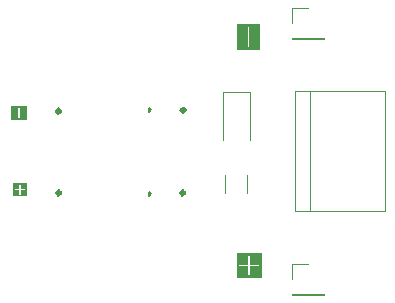
<source format=gbr>
%TF.GenerationSoftware,KiCad,Pcbnew,8.0.1*%
%TF.CreationDate,2024-04-06T18:31:26-05:00*%
%TF.ProjectId,Banana to Screw Terminal,42616e61-6e61-4207-946f-205363726577,2*%
%TF.SameCoordinates,Original*%
%TF.FileFunction,Legend,Top*%
%TF.FilePolarity,Positive*%
%FSLAX46Y46*%
G04 Gerber Fmt 4.6, Leading zero omitted, Abs format (unit mm)*
G04 Created by KiCad (PCBNEW 8.0.1) date 2024-04-06 18:31:26*
%MOMM*%
%LPD*%
G01*
G04 APERTURE LIST*
%ADD10C,0.150000*%
%ADD11C,0.322487*%
%ADD12C,0.120000*%
G04 APERTURE END LIST*
G36*
X128600000Y-95675000D02*
G01*
X129050000Y-95675000D01*
X129050000Y-96825000D01*
X128600000Y-96825000D01*
X128600000Y-95675000D01*
G37*
G36*
X146900000Y-90700000D02*
G01*
X148800000Y-90700000D01*
X148800000Y-90900000D01*
X146900000Y-90900000D01*
X146900000Y-90700000D01*
G37*
G36*
X127750000Y-95650000D02*
G01*
X129050000Y-95650000D01*
X129050000Y-95750000D01*
X127750000Y-95750000D01*
X127750000Y-95650000D01*
G37*
G36*
X127750000Y-95675000D02*
G01*
X128250000Y-95675000D01*
X128250000Y-96825000D01*
X127750000Y-96825000D01*
X127750000Y-95675000D01*
G37*
D10*
X139575000Y-103075000D02*
X139400000Y-103250000D01*
D11*
X131911243Y-96100000D02*
G75*
G02*
X131588757Y-96100000I-161243J0D01*
G01*
X131588757Y-96100000D02*
G75*
G02*
X131911243Y-96100000I161243J0D01*
G01*
G36*
X127750000Y-96750000D02*
G01*
X129050000Y-96750000D01*
X129050000Y-96850000D01*
X127750000Y-96850000D01*
X127750000Y-96750000D01*
G37*
X131911243Y-103025000D02*
G75*
G02*
X131588757Y-103025000I-161243J0D01*
G01*
X131588757Y-103025000D02*
G75*
G02*
X131911243Y-103025000I161243J0D01*
G01*
X142461243Y-96025000D02*
G75*
G02*
X142138757Y-96025000I-161243J0D01*
G01*
X142138757Y-96025000D02*
G75*
G02*
X142461243Y-96025000I161243J0D01*
G01*
D10*
X139375000Y-95850000D02*
X139375000Y-96200000D01*
G36*
X146900000Y-88750000D02*
G01*
X148800000Y-88750000D01*
X148800000Y-88950000D01*
X146900000Y-88950000D01*
X146900000Y-88750000D01*
G37*
X139575000Y-103075000D02*
X139400000Y-102900000D01*
D11*
X142411243Y-103025000D02*
G75*
G02*
X142088757Y-103025000I-161243J0D01*
G01*
X142088757Y-103025000D02*
G75*
G02*
X142411243Y-103025000I161243J0D01*
G01*
G36*
X148100000Y-88750000D02*
G01*
X148800000Y-88750000D01*
X148800000Y-90900000D01*
X148100000Y-90900000D01*
X148100000Y-88750000D01*
G37*
D10*
X139400000Y-103250000D02*
X139400000Y-103225000D01*
X139550000Y-96025000D02*
X139375000Y-95850000D01*
G36*
X146850000Y-88750000D02*
G01*
X147550000Y-88750000D01*
X147550000Y-90900000D01*
X146850000Y-90900000D01*
X146850000Y-88750000D01*
G37*
X139400000Y-102900000D02*
X139400000Y-103250000D01*
X139550000Y-96025000D02*
X139375000Y-96200000D01*
X139375000Y-96200000D02*
X139375000Y-96175000D01*
G36*
X129055123Y-103296264D02*
G01*
X127923878Y-103296264D01*
X127923878Y-102745273D01*
X128034989Y-102745273D01*
X128046188Y-102772309D01*
X128066880Y-102793001D01*
X128093916Y-102804200D01*
X128108548Y-102805641D01*
X128415345Y-102805071D01*
X128415941Y-103126226D01*
X128427140Y-103153262D01*
X128447832Y-103173954D01*
X128474868Y-103185153D01*
X128504132Y-103185153D01*
X128531168Y-103173954D01*
X128551860Y-103153262D01*
X128563059Y-103126226D01*
X128564500Y-103111594D01*
X128563930Y-102804795D01*
X128885085Y-102804200D01*
X128912121Y-102793001D01*
X128932813Y-102772309D01*
X128944012Y-102745273D01*
X128944012Y-102716009D01*
X128932813Y-102688973D01*
X128912121Y-102668281D01*
X128885085Y-102657082D01*
X128870453Y-102655641D01*
X128563654Y-102656210D01*
X128563059Y-102335057D01*
X128551860Y-102308021D01*
X128531168Y-102287329D01*
X128504132Y-102276130D01*
X128474868Y-102276130D01*
X128447832Y-102287329D01*
X128427140Y-102308021D01*
X128415941Y-102335057D01*
X128414500Y-102349689D01*
X128415069Y-102656486D01*
X128093916Y-102657082D01*
X128066880Y-102668281D01*
X128046188Y-102688973D01*
X128034989Y-102716009D01*
X128034989Y-102745273D01*
X127923878Y-102745273D01*
X127923878Y-102165019D01*
X129055123Y-102165019D01*
X129055123Y-103296264D01*
G37*
G36*
X148132755Y-90870906D02*
G01*
X147538311Y-90870906D01*
X147538311Y-89051316D01*
X147760533Y-89051316D01*
X147761974Y-90589757D01*
X147773173Y-90616793D01*
X147793865Y-90637485D01*
X147820901Y-90648684D01*
X147850165Y-90648684D01*
X147877201Y-90637485D01*
X147897893Y-90616793D01*
X147909092Y-90589757D01*
X147910533Y-90575125D01*
X147909092Y-89036684D01*
X147897893Y-89009648D01*
X147877201Y-88988956D01*
X147850165Y-88977757D01*
X147820901Y-88977757D01*
X147793865Y-88988956D01*
X147773173Y-89009648D01*
X147761974Y-89036684D01*
X147760533Y-89051316D01*
X147538311Y-89051316D01*
X147538311Y-88755535D01*
X148132755Y-88755535D01*
X148132755Y-90870906D01*
G37*
G36*
X148944465Y-110222119D02*
G01*
X146829093Y-110222119D01*
X146829093Y-109179065D01*
X147051315Y-109179065D01*
X147062514Y-109206101D01*
X147083206Y-109226793D01*
X147110242Y-109237992D01*
X147124874Y-109239433D01*
X147812562Y-109238788D01*
X147813220Y-109940970D01*
X147824419Y-109968006D01*
X147845111Y-109988698D01*
X147872147Y-109999897D01*
X147901411Y-109999897D01*
X147928447Y-109988698D01*
X147949139Y-109968006D01*
X147960338Y-109940970D01*
X147961779Y-109926338D01*
X147961134Y-109238649D01*
X148663316Y-109237992D01*
X148690352Y-109226793D01*
X148711044Y-109206101D01*
X148722243Y-109179065D01*
X148722243Y-109149801D01*
X148711044Y-109122765D01*
X148690352Y-109102073D01*
X148663316Y-109090874D01*
X148648684Y-109089433D01*
X147960995Y-109090077D01*
X147960338Y-108387896D01*
X147949139Y-108360860D01*
X147928447Y-108340168D01*
X147901411Y-108328969D01*
X147872147Y-108328969D01*
X147845111Y-108340168D01*
X147824419Y-108360860D01*
X147813220Y-108387896D01*
X147811779Y-108402528D01*
X147812423Y-109090216D01*
X147110242Y-109090874D01*
X147083206Y-109102073D01*
X147062514Y-109122765D01*
X147051315Y-109149801D01*
X147051315Y-109179065D01*
X146829093Y-109179065D01*
X146829093Y-108106747D01*
X148944465Y-108106747D01*
X148944465Y-110222119D01*
G37*
G36*
X128609977Y-96815621D02*
G01*
X128237755Y-96815621D01*
X128237755Y-95869047D01*
X128348866Y-95869047D01*
X128350307Y-96645583D01*
X128361506Y-96672619D01*
X128382198Y-96693311D01*
X128409234Y-96704510D01*
X128438498Y-96704510D01*
X128465534Y-96693311D01*
X128486226Y-96672619D01*
X128497425Y-96645583D01*
X128498866Y-96630951D01*
X128497425Y-95854415D01*
X128486226Y-95827379D01*
X128465534Y-95806687D01*
X128438498Y-95795488D01*
X128409234Y-95795488D01*
X128382198Y-95806687D01*
X128361506Y-95827379D01*
X128350307Y-95854415D01*
X128348866Y-95869047D01*
X128237755Y-95869047D01*
X128237755Y-95684377D01*
X128609977Y-95684377D01*
X128609977Y-96815621D01*
G37*
D12*
%TO.C,J1*%
X159385000Y-94361000D02*
X151765000Y-94361000D01*
X151765000Y-94361000D02*
X151765000Y-104521000D01*
X159385000Y-104521000D02*
X159385000Y-94361000D01*
X153035000Y-104521000D02*
X153035000Y-94361000D01*
X151765000Y-104521000D02*
X159385000Y-104521000D01*
%TO.C,J3*%
X151552600Y-87341400D02*
X152882600Y-87341400D01*
X151552600Y-88671400D02*
X151552600Y-87341400D01*
X151552600Y-89941400D02*
X151552600Y-90001400D01*
X151552600Y-89941400D02*
X154212600Y-89941400D01*
X151552600Y-90001400D02*
X154212600Y-90001400D01*
X154212600Y-89941400D02*
X154212600Y-90001400D01*
%TO.C,J2*%
X151552600Y-109007600D02*
X152882600Y-109007600D01*
X151552600Y-110337600D02*
X151552600Y-109007600D01*
X151552600Y-111607600D02*
X151552600Y-111667600D01*
X151552600Y-111607600D02*
X154212600Y-111607600D01*
X151552600Y-111667600D02*
X154212600Y-111667600D01*
X154212600Y-111607600D02*
X154212600Y-111667600D01*
%TO.C,R1*%
X145880000Y-102997064D02*
X145880000Y-101542936D01*
X147700000Y-102997064D02*
X147700000Y-101542936D01*
%TO.C,D1*%
X145655000Y-94460000D02*
X145655000Y-98520000D01*
X147925000Y-94460000D02*
X145655000Y-94460000D01*
X147925000Y-98520000D02*
X147925000Y-94460000D01*
%TD*%
M02*

</source>
